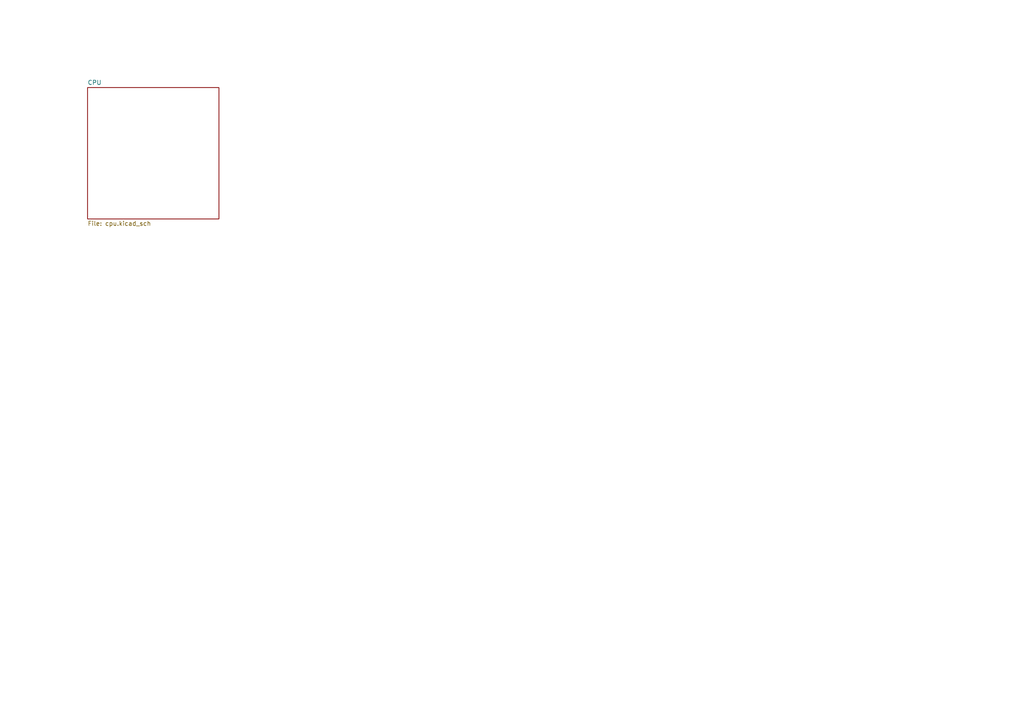
<source format=kicad_sch>
(kicad_sch
	(version 20250114)
	(generator "eeschema")
	(generator_version "9.0")
	(uuid "b0345446-f63d-472e-827e-1050400fa2ce")
	(paper "A4")
	(lib_symbols)
	(sheet
		(at 25.4 25.4)
		(size 38.1 38.1)
		(exclude_from_sim no)
		(in_bom yes)
		(on_board yes)
		(dnp no)
		(fields_autoplaced yes)
		(stroke
			(width 0.1524)
			(type solid)
		)
		(fill
			(color 0 0 0 0.0000)
		)
		(uuid "b7fb9ea3-0f6e-48b8-b5fd-f6a9a865bf1b")
		(property "Sheetname" "CPU"
			(at 25.4 24.6884 0)
			(effects
				(font
					(size 1.27 1.27)
				)
				(justify left bottom)
			)
		)
		(property "Sheetfile" "cpu.kicad_sch"
			(at 25.4 64.0846 0)
			(effects
				(font
					(size 1.27 1.27)
				)
				(justify left top)
			)
		)
		(instances
			(project "Plonck-1"
				(path "/b0345446-f63d-472e-827e-1050400fa2ce"
					(page "2")
				)
			)
		)
	)
	(sheet_instances
		(path "/"
			(page "1")
		)
	)
	(embedded_fonts no)
)

</source>
